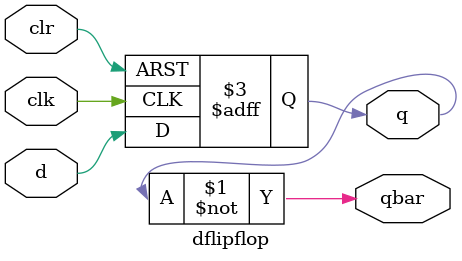
<source format=v>
module dflipflop(d,clk,clr,q,qbar);
input d,clk,clr;
output reg q;
output qbar;
assign qbar=~q;
always @(posedge(clr) or posedge(clk))
begin if (clr) q<=0;
else q<=d;
end
endmodule

</source>
